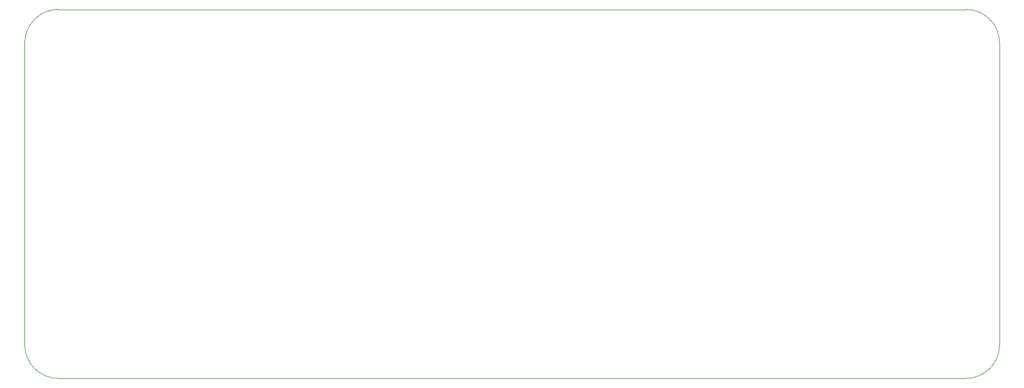
<source format=gbr>
%TF.GenerationSoftware,KiCad,Pcbnew,7.0.9*%
%TF.CreationDate,2024-04-08T22:34:53+02:00*%
%TF.ProjectId,ElectronicBLETarget,456c6563-7472-46f6-9e69-63424c455461,rev?*%
%TF.SameCoordinates,PX29f6300PY5a995c0*%
%TF.FileFunction,Profile,NP*%
%FSLAX46Y46*%
G04 Gerber Fmt 4.6, Leading zero omitted, Abs format (unit mm)*
G04 Created by KiCad (PCBNEW 7.0.9) date 2024-04-08 22:34:53*
%MOMM*%
%LPD*%
G01*
G04 APERTURE LIST*
%TA.AperFunction,Profile*%
%ADD10C,0.100000*%
%TD*%
G04 APERTURE END LIST*
D10*
X140000000Y55000000D02*
X5000000Y55000000D01*
X5000000Y0D02*
X140000000Y0D01*
X5000000Y55000000D02*
G75*
G03*
X0Y50000000I0J-5000000D01*
G01*
X140000000Y0D02*
G75*
G03*
X145000000Y5000000I0J5000000D01*
G01*
X145000000Y50000000D02*
X145000000Y5000000D01*
X0Y50000000D02*
X0Y5000000D01*
X145000000Y50000000D02*
G75*
G03*
X140000000Y55000000I-5000000J0D01*
G01*
X0Y5000000D02*
G75*
G03*
X5000000Y0I5000000J0D01*
G01*
M02*

</source>
